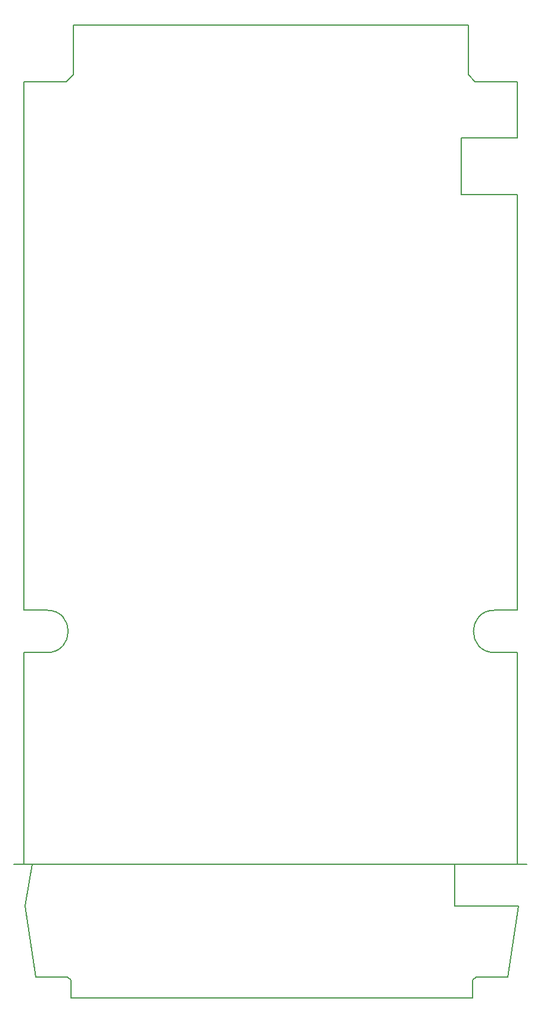
<source format=gbr>
G04 #@! TF.GenerationSoftware,KiCad,Pcbnew,7.0.7-7.0.7~ubuntu22.04.1*
G04 #@! TF.CreationDate,2023-10-20T14:45:35+09:00*
G04 #@! TF.ProjectId,ozone12864,6f7a6f6e-6531-4323-9836-342e6b696361,rev?*
G04 #@! TF.SameCoordinates,Original*
G04 #@! TF.FileFunction,Profile,NP*
%FSLAX46Y46*%
G04 Gerber Fmt 4.6, Leading zero omitted, Abs format (unit mm)*
G04 Created by KiCad (PCBNEW 7.0.7-7.0.7~ubuntu22.04.1) date 2023-10-20 14:45:35*
%MOMM*%
%LPD*%
G01*
G04 APERTURE LIST*
G04 #@! TA.AperFunction,Profile*
%ADD10C,0.200000*%
G04 #@! TD*
G04 APERTURE END LIST*
D10*
X66120000Y-215000000D02*
X65120000Y-221000000D01*
X135000000Y-185000000D02*
X135000000Y-215000000D01*
X65000000Y-215000000D02*
X65000000Y-185000000D01*
X65000000Y-179000000D02*
X65000000Y-104000000D01*
X127000000Y-112000000D02*
X127000000Y-120000000D01*
X72000000Y-96000000D02*
X72000000Y-100000000D01*
X135000000Y-112000000D02*
X135000000Y-104000000D01*
X135000000Y-120000000D02*
X135000000Y-123500000D01*
X135000000Y-137500000D02*
X135000000Y-179000000D01*
X128000000Y-101000000D02*
X128000000Y-103000000D01*
X128620000Y-234000000D02*
X128620000Y-231500000D01*
X128000000Y-96000000D02*
X72000000Y-96000000D01*
X69000000Y-104000000D02*
X71000000Y-104000000D01*
X129120000Y-231000000D02*
X133620000Y-231000000D01*
X131750000Y-185000000D02*
X135000000Y-185000000D01*
X135000000Y-123500000D02*
X135000000Y-137500000D01*
X63500000Y-215000000D02*
X136300000Y-215000000D01*
X68250000Y-179000000D02*
X65000000Y-179000000D01*
X126120000Y-221000000D02*
X126120000Y-215000000D01*
X135120000Y-221000000D02*
X133620000Y-231000000D01*
X131750000Y-179000000D02*
X135000000Y-179000000D01*
X129000000Y-104000000D02*
X135000000Y-104000000D01*
X65000000Y-104000000D02*
X69000000Y-104000000D01*
X128000000Y-103000000D02*
X129000000Y-104000000D01*
X128000000Y-100000000D02*
X128000000Y-101000000D01*
X71620000Y-231500000D02*
X71120000Y-231000000D01*
X68250000Y-185000000D02*
G75*
G03*
X68250000Y-179000000I0J3000000D01*
G01*
X135120000Y-221000000D02*
X126120000Y-221000000D01*
X128620000Y-234000000D02*
X71620000Y-234000000D01*
X127000000Y-120000000D02*
X135000000Y-120000000D01*
X71620000Y-234000000D02*
X71620000Y-231500000D01*
X131750000Y-179000000D02*
G75*
G03*
X131750000Y-185000000I0J-3000000D01*
G01*
X72000000Y-103000000D02*
X72000000Y-100000000D01*
X71120000Y-231000000D02*
X66620000Y-231000000D01*
X135000000Y-112000000D02*
X127000000Y-112000000D01*
X128620000Y-231500000D02*
X129120000Y-231000000D01*
X65000000Y-215000000D02*
X66120000Y-215000000D01*
X66620000Y-231000000D02*
X65120000Y-221000000D01*
X71000000Y-104000000D02*
X72000000Y-103000000D01*
X135000000Y-215000000D02*
X126120000Y-215000000D01*
X68250000Y-185000000D02*
X65000000Y-185000000D01*
X128000000Y-100000000D02*
X128000000Y-96000000D01*
M02*

</source>
